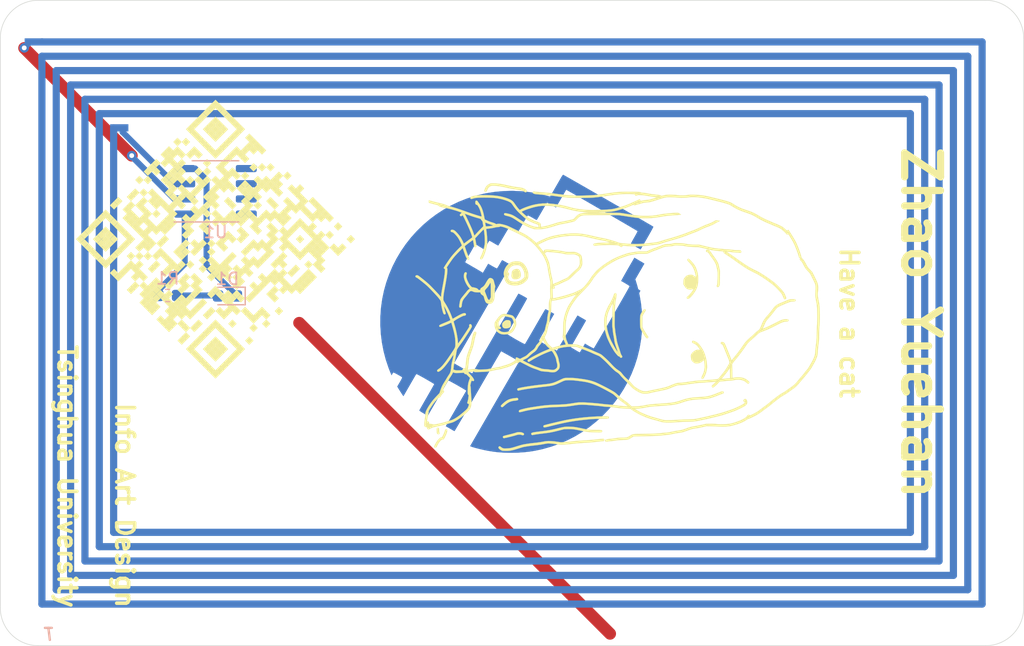
<source format=kicad_pcb>
(kicad_pcb (version 20171130) (host pcbnew "(5.1.9)-1")
  (layers (0 F.Cu signal) (31 B.Cu signal) (34 B.Paste user) (35 F.Paste user) (36 B.SilkS user) (37 F.SilkS user) (38 B.Mask user) (39 F.Mask user) (44 Edge.Cuts user))
  (net 0 "")
  (net 1 "Net-(AE1-Pad2)")
  (net 2 GND)
  (net 3 "Net-(D1-Pad2)")
  (net 4 +3V3)
  (net 5 "Net-(AE1-Pad1)")
  (net 6 "Net-(U1-Pad8)")
  (net 7 "Net-(U1-Pad7)")
  (net 8 "Net-(U1-Pad6)")
  (net 9 "Net-(U1-Pad5)")
  (module Avatars:4赵悦含 (layer F.Cu) (at 151.23 73.01 270)
    (fp_text reference G*** hide)
    (fp_text value LOGO hide)
  )
  (module Card:FutureInteractionDisconnect (layer B.Cu) (at 142.8 73.01)
    (fp_text reference G*** hide)
    (fp_text value LOGO hide)
    (fp_poly (pts (xy 0.476798 10.843159) (xy 0.984689 10.811521) (xy 1.474558 10.756716) (xy 1.960792 10.677047) (xy 2.457777 10.570817) (xy 2.578206 10.541687) (xy 3.286119 10.341214) (xy 3.97344 10.095386) (xy 4.638474 9.805974) (xy 5.279524 9.474753) (xy 5.894894 9.103496) (xy 6.482888 8.693976) (xy 7.04181 8.247968) (xy 7.569964 7.767244) (xy 8.065655 7.253579) (xy 8.527185 6.708745) (xy 8.952859 6.134517) (xy 9.340981 5.532667) (xy 9.689855 4.90497) (xy 9.997785 4.253199) (xy 10.263075 3.579127) (xy 10.484028 2.884529) (xy 10.658949 2.171177) (xy 10.67963 2.0701) (xy 10.801638 1.330457) (xy 10.873378 0.58695) (xy 10.894846 -0.158117) (xy 10.866035 -0.902439) (xy 10.78694 -1.643714) (xy 10.690058 -2.219732) (xy 10.635958 -2.496365) (xy 10.687195 -2.601827) (xy 10.738433 -2.707288) (xy 10.642725 -2.76237) (xy 10.57361 -2.813266) (xy 10.538395 -2.874747) (xy 10.529264 -2.912089) (xy 10.51508 -2.972243) (xy 10.489173 -3.068151) (xy 10.455095 -3.187118) (xy 10.416403 -3.316451) (xy 10.412243 -3.330031) (xy 10.312976 -3.653336) (xy 10.692223 -4.309184) (xy 11.071471 -4.965031) (xy 10.964985 -5.030828) (xy 10.903142 -5.068253) (xy 10.809179 -5.124154) (xy 10.694928 -5.191533) (xy 10.57222 -5.263392) (xy 10.547784 -5.277639) (xy 10.237069 -5.458652) (xy 10.137689 -5.288376) (xy 9.967675 -4.996343) (xy 9.808924 -4.722203) (xy 9.66303 -4.468783) (xy 9.531585 -4.23891) (xy 9.416183 -4.03541) (xy 9.318418 -3.861108) (xy 9.239884 -3.718833) (xy 9.182173 -3.61141) (xy 9.146879 -3.541665) (xy 9.135596 -3.512425) (xy 9.136046 -3.511716) (xy 9.164063 -3.496979) (xy 9.227852 -3.461062) (xy 9.3194 -3.408548) (xy 9.430696 -3.344018) (xy 9.4996 -3.303792) (xy 9.637811 -3.221258) (xy 9.735593 -3.15862) (xy 9.797636 -3.112437) (xy 9.828633 -3.079266) (xy 9.834027 -3.058465) (xy 9.820177 -3.029499) (xy 9.782837 -2.960241) (xy 9.723931 -2.854025) (xy 9.645384 -2.714183) (xy 9.549119 -2.544049) (xy 9.437062 -2.346956) (xy 9.311138 -2.126238) (xy 9.173271 -1.885229) (xy 9.025385 -1.62726) (xy 8.869405 -1.355667) (xy 8.707256 -1.073782) (xy 8.540863 -0.784938) (xy 8.372149 -0.49247) (xy 8.20304 -0.199709) (xy 8.03546 0.090009) (xy 7.871334 0.373352) (xy 7.712586 0.646987) (xy 7.561141 0.907579) (xy 7.418924 1.151796) (xy 7.287859 1.376305) (xy 7.16987 1.577771) (xy 7.066883 1.752862) (xy 6.980822 1.898244) (xy 6.913611 2.010584) (xy 6.867176 2.086548) (xy 6.84344 2.122803) (xy 6.840974 2.125466) (xy 6.808278 2.117555) (xy 6.738414 2.0862) (xy 6.637449 2.034628) (xy 6.511448 1.966064) (xy 6.36648 1.883737) (xy 6.208612 1.790872) (xy 6.183242 1.77566) (xy 6.105384 1.728857) (xy 5.894063 2.096329) (xy 5.823088 2.218199) (xy 5.760368 2.322976) (xy 5.710386 2.403401) (xy 5.677625 2.452217) (xy 5.667121 2.463723) (xy 5.637825 2.451453) (xy 5.575043 2.418207) (xy 5.487566 2.36919) (xy 5.384183 2.309608) (xy 5.273686 2.244664) (xy 5.164865 2.179564) (xy 5.066509 2.119512) (xy 4.98741 2.069714) (xy 4.936358 2.035373) (xy 4.92158 2.02229) (xy 4.933833 1.99713) (xy 4.969152 1.932263) (xy 5.025133 1.83193) (xy 5.09937 1.700376) (xy 5.189458 1.541844) (xy 5.29299 1.360577) (xy 5.407561 1.160818) (xy 5.530766 0.946812) (xy 5.55997 0.896198) (xy 5.684526 0.680078) (xy 5.80079 0.477699) (xy 5.906391 0.293234) (xy 5.998957 0.130856) (xy 6.076116 -0.00526) (xy 6.135498 -0.110942) (xy 6.17473 -0.182016) (xy 6.191441 -0.214307) (xy 6.191837 -0.215823) (xy 6.169285 -0.229211) (xy 6.111795 -0.262713) (xy 6.028445 -0.311082) (xy 5.928313 -0.369071) (xy 5.820475 -0.43143) (xy 5.714011 -0.492914) (xy 5.617997 -0.548273) (xy 5.541511 -0.592261) (xy 5.493632 -0.61963) (xy 5.483312 -0.625412) (xy 5.468283 -0.605464) (xy 5.430101 -0.545036) (xy 5.370888 -0.447717) (xy 5.292762 -0.317094) (xy 5.197843 -0.156756) (xy 5.088252 0.029711) (xy 4.966108 0.238716) (xy 4.833532 0.466674) (xy 4.692643 0.709995) (xy 4.622009 0.832368) (xy 4.477601 1.082663) (xy 4.340473 1.320067) (xy 4.212756 1.540903) (xy 4.096585 1.741495) (xy 3.994093 1.918167) (xy 3.907414 2.067243) (xy 3.838682 2.185046) (xy 3.790029 2.267902) (xy 3.76359 2.312132) (xy 3.759448 2.318529) (xy 3.735327 2.310133) (xy 3.673365 2.28003) (xy 3.579841 2.231692) (xy 3.461036 2.168593) (xy 3.32323 2.094204) (xy 3.172702 2.011998) (xy 3.015732 1.925448) (xy 2.858599 1.838025) (xy 2.707584 1.753204) (xy 2.568966 1.674455) (xy 2.449025 1.605252) (xy 2.354041 1.549067) (xy 2.290293 1.509373) (xy 2.268843 1.494271) (xy 2.266979 1.47259) (xy 2.284275 1.423159) (xy 2.32229 1.342886) (xy 2.382584 1.228679) (xy 2.466716 1.07745) (xy 2.571794 0.893812) (xy 2.685372 0.697133) (xy 2.81263 0.476767) (xy 2.944466 0.248473) (xy 3.071782 0.028007) (xy 3.185479 -0.168875) (xy 3.215098 -0.220164) (xy 3.525594 -0.757828) (xy 3.167325 -0.963385) (xy 3.0277 -1.042281) (xy 2.925374 -1.096862) (xy 2.854557 -1.129721) (xy 2.809459 -1.14345) (xy 2.784291 -1.140642) (xy 2.779722 -1.13692) (xy 2.762251 -1.109847) (xy 2.721702 -1.042493) (xy 2.660279 -0.938641) (xy 2.580188 -0.802073) (xy 2.483633 -0.63657) (xy 2.372819 -0.445915) (xy 2.249951 -0.233888) (xy 2.117234 -0.004271) (xy 1.976872 0.239154) (xy 1.931765 0.3175) (xy 1.789487 0.564379) (xy 1.654156 0.798552) (xy 1.527975 1.016246) (xy 1.41315 1.21369) (xy 1.311885 1.387112) (xy 1.226383 1.53274) (xy 1.158849 1.646802) (xy 1.111487 1.725526) (xy 1.086501 1.76514) (xy 1.083621 1.768911) (xy 1.054992 1.764093) (xy 0.989356 1.736223) (xy 0.892961 1.688891) (xy 0.772051 1.625688) (xy 0.632874 1.550206) (xy 0.481675 1.466035) (xy 0.324701 1.376766) (xy 0.168198 1.285989) (xy 0.018412 1.197296) (xy -0.118411 1.114277) (xy -0.236023 1.040523) (xy -0.32818 0.979625) (xy -0.388635 0.935174) (xy -0.411141 0.91076) (xy -0.411087 0.909645) (xy -0.397314 0.882444) (xy -0.360221 0.815008) (xy -0.301931 0.711067) (xy -0.22457 0.574353) (xy -0.130263 0.408597) (xy -0.021134 0.217531) (xy 0.100691 0.004887) (xy 0.233087 -0.225605) (xy 0.37393 -0.470213) (xy 0.435504 -0.576974) (xy 0.578763 -0.825951) (xy 0.713878 -1.062143) (xy 0.838786 -1.281859) (xy 0.951428 -1.481408) (xy 1.049742 -1.657099) (xy 1.131668 -1.805241) (xy 1.195145 -1.922143) (xy 1.238112 -2.004114) (xy 1.258508 -2.047464) (xy 1.259813 -2.053333) (xy 1.230636 -2.078021) (xy 1.167549 -2.119077) (xy 1.07968 -2.171534) (xy 0.976157 -2.23043) (xy 0.866109 -2.290799) (xy 0.758664 -2.347679) (xy 0.66295 -2.396104) (xy 0.588097 -2.43111) (xy 0.543232 -2.447734) (xy 0.534867 -2.447568) (xy 0.520172 -2.423431) (xy 0.481517 -2.3577) (xy 0.420304 -2.252797) (xy 0.337934 -2.111144) (xy 0.235808 -1.935163) (xy 0.115329 -1.727276) (xy -0.022102 -1.489904) (xy -0.175083 -1.225471) (xy -0.342214 -0.936399) (xy -0.522091 -0.625108) (xy -0.713315 -0.294021) (xy -0.914482 0.054439) (xy -1.124192 0.417851) (xy -1.341043 0.793792) (xy -1.395948 0.889) (xy -1.614299 1.26758) (xy -1.825822 1.634169) (xy -2.02912 1.986351) (xy -2.222792 2.321708) (xy -2.405442 2.637825) (xy -2.575668 2.932284) (xy -2.732075 3.202668) (xy -2.873262 3.446561) (xy -2.99783 3.661546) (xy -3.104383 3.845206) (xy -3.19152 3.995124) (xy -3.257843 4.108884) (xy -3.301953 4.184069) (xy -3.322453 4.218262) (xy -3.323727 4.220125) (xy -3.347562 4.21091) (xy -3.409249 4.179884) (xy -3.502578 4.13052) (xy -3.62134 4.066293) (xy -3.759327 3.990676) (xy -3.910329 3.907143) (xy -4.068139 3.819169) (xy -4.226546 3.730228) (xy -4.379343 3.643793) (xy -4.520319 3.563339) (xy -4.643268 3.492339) (xy -4.741979 3.434268) (xy -4.810243 3.392599) (xy -4.841853 3.370808) (xy -4.842135 3.370533) (xy -4.838087 3.343162) (xy -4.810259 3.29385) (xy -4.80401 3.284947) (xy -4.780083 3.247421) (xy -4.733048 3.169482) (xy -4.664429 3.053775) (xy -4.575747 2.902948) (xy -4.468526 2.719647) (xy -4.344288 2.506516) (xy -4.204555 2.266204) (xy -4.05085 2.001354) (xy -3.884696 1.714615) (xy -3.707615 1.408631) (xy -3.52113 1.086049) (xy -3.326763 0.749515) (xy -3.126037 0.401675) (xy -2.920474 0.045176) (xy -2.711598 -0.317338) (xy -2.50093 -0.683219) (xy -2.289994 -1.049821) (xy -2.080311 -1.414499) (xy -1.873405 -1.774607) (xy -1.670798 -2.127497) (xy -1.474012 -2.470525) (xy -1.28457 -2.801044) (xy -1.103995 -3.116407) (xy -0.93381 -3.41397) (xy -0.775536 -3.691085) (xy -0.630696 -3.945107) (xy -0.500814 -4.173389) (xy -0.387411 -4.373286) (xy -0.29201 -4.542152) (xy -0.216134 -4.677339) (xy -0.161306 -4.776203) (xy -0.129047 -4.836097) (xy -0.12055 -4.854481) (xy -0.148094 -4.872927) (xy -0.20966 -4.910308) (xy -0.296 -4.96131) (xy -0.397867 -5.020616) (xy -0.506014 -5.08291) (xy -0.611194 -5.142878) (xy -0.70416 -5.195204) (xy -0.775665 -5.234572) (xy -0.816461 -5.255667) (xy -0.822178 -5.2578) (xy -0.838059 -5.236966) (xy -0.874508 -5.179447) (xy -0.926976 -5.092712) (xy -0.990913 -4.984229) (xy -1.032724 -4.912095) (xy -1.102552 -4.79303) (xy -1.165122 -4.690318) (xy -1.215493 -4.611763) (xy -1.248727 -4.565171) (xy -1.258171 -4.55588) (xy -1.288054 -4.564389) (xy -1.35364 -4.59469) (xy -1.446906 -4.642711) (xy -1.559832 -4.70438) (xy -1.637655 -4.748519) (xy -1.990869 -4.951668) (xy -2.149317 -4.679284) (xy -2.217631 -4.562121) (xy -2.283393 -4.449812) (xy -2.338709 -4.355815) (xy -2.373162 -4.297784) (xy -2.438558 -4.188668) (xy -2.546429 -4.262275) (xy -2.597072 -4.294445) (xy -2.684832 -4.3476) (xy -2.80268 -4.417593) (xy -2.943589 -4.500277) (xy -3.100528 -4.591503) (xy -3.2639 -4.68565) (xy -3.424814 -4.778382) (xy -3.572138 -4.864052) (xy -3.699845 -4.939097) (xy -3.80191 -4.999949) (xy -3.872307 -5.043043) (xy -3.90501 -5.064814) (xy -3.905734 -5.065449) (xy -3.910202 -5.082339) (xy -3.901796 -5.116628) (xy -3.878477 -5.17232) (xy -3.838203 -5.25342) (xy -3.778934 -5.363933) (xy -3.698629 -5.507865) (xy -3.595247 -5.68922) (xy -3.531084 -5.800695) (xy -3.432139 -5.972688) (xy -3.341858 -6.130582) (xy -3.263264 -6.269015) (xy -3.19938 -6.382622) (xy -3.153231 -6.466041) (xy -3.127838 -6.513907) (xy -3.123812 -6.523205) (xy -3.111402 -6.557575) (xy -3.100951 -6.57599) (xy -3.080344 -6.590961) (xy -3.043599 -6.583451) (xy -2.980525 -6.550329) (xy -2.942589 -6.52732) (xy -2.749686 -6.408294) (xy -2.597127 -6.315195) (xy -2.482465 -6.246571) (xy -2.403252 -6.200974) (xy -2.357039 -6.176953) (xy -2.343024 -6.1722) (xy -2.324092 -6.193152) (xy -2.285107 -6.251056) (xy -2.230736 -6.338485) (xy -2.165646 -6.448011) (xy -2.120011 -6.527164) (xy -2.050271 -6.647126) (xy -1.987949 -6.749842) (xy -1.937776 -6.827859) (xy -1.904486 -6.873724) (xy -1.894188 -6.882764) (xy -1.865233 -6.870804) (xy -1.800524 -6.837362) (xy -1.708056 -6.786776) (xy -1.595824 -6.723386) (xy -1.520929 -6.6802) (xy -1.401491 -6.611244) (xy -1.297982 -6.552313) (xy -1.218106 -6.507727) (xy -1.169566 -6.481804) (xy -1.158573 -6.477) (xy -1.141528 -6.497567) (xy -1.104805 -6.553403) (xy -1.053996 -6.635708) (xy -1.001138 -6.72465) (xy -0.943078 -6.823665) (xy -0.865712 -6.955218) (xy -0.775624 -7.108136) (xy -0.679395 -7.271248) (xy -0.583609 -7.433381) (xy -0.567759 -7.460184) (xy -0.279207 -7.948068) (xy 0.455887 -7.523734) (xy 0.866825 -8.238617) (xy 0.967402 -8.413009) (xy 1.060911 -8.574047) (xy 1.144103 -8.716219) (xy 1.213727 -8.834015) (xy 1.266536 -8.921926) (xy 1.299281 -8.974441) (xy 1.307807 -8.986519) (xy 1.327383 -8.994683) (xy 1.363309 -8.987875) (xy 1.421643 -8.963388) (xy 1.508445 -8.918513) (xy 1.629772 -8.850544) (xy 1.691276 -8.815157) (xy 1.811773 -8.746037) (xy 1.916721 -8.6869) (xy 1.998341 -8.642044) (xy 2.048855 -8.615768) (xy 2.061268 -8.610688) (xy 2.077453 -8.631871) (xy 2.115688 -8.692012) (xy 2.172874 -8.78593) (xy 2.245914 -8.908443) (xy 2.331708 -9.054371) (xy 2.427158 -9.218533) (xy 2.490374 -9.32815) (xy 2.590527 -9.502048) (xy 2.682946 -9.661936) (xy 2.764507 -9.802454) (xy 2.832086 -9.918243) (xy 2.88256 -10.003945) (xy 2.912803 -10.054199) (xy 2.919983 -10.065158) (xy 2.946486 -10.059565) (xy 3.009077 -10.031782) (xy 3.100194 -9.985601) (xy 3.212271 -9.924811) (xy 3.304985 -9.872229) (xy 3.672914 -9.659841) (xy 4.531862 -11.148983) (xy 4.647181 -11.084657) (xy 4.745495 -11.029327) (xy 4.878742 -10.953582) (xy 5.043824 -10.85922) (xy 5.237643 -10.74804) (xy 5.4571 -10.62184) (xy 5.699097 -10.482418) (xy 5.960536 -10.331574) (xy 6.238318 -10.171106) (xy 6.529346 -10.002811) (xy 6.830521 -9.82849) (xy 7.138744 -9.64994) (xy 7.450919 -9.468959) (xy 7.763945 -9.287347) (xy 8.074726 -9.106902) (xy 8.380163 -8.929423) (xy 8.677157 -8.756707) (xy 8.962611 -8.590554) (xy 9.233426 -8.432762) (xy 9.486504 -8.28513) (xy 9.718747 -8.149456) (xy 9.927056 -8.027539) (xy 10.108334 -7.921176) (xy 10.259481 -7.832168) (xy 10.377401 -7.762312) (xy 10.458993 -7.713406) (xy 10.501161 -7.68725) (xy 10.506485 -7.683316) (xy 10.497286 -7.654357) (xy 10.46572 -7.588192) (xy 10.415246 -7.49136) (xy 10.349323 -7.3704) (xy 10.271409 -7.231851) (xy 10.224413 -7.150028) (xy 10.141958 -7.005108) (xy 10.070332 -6.874558) (xy 10.012842 -6.7648) (xy 9.972795 -6.682257) (xy 9.9535 -6.63335) (xy 9.953021 -6.623018) (xy 9.980019 -6.604656) (xy 10.041235 -6.567003) (xy 10.128288 -6.514927) (xy 10.232797 -6.453294) (xy 10.346382 -6.386968) (xy 10.460661 -6.320818) (xy 10.567255 -6.259708) (xy 10.657782 -6.208505) (xy 10.723862 -6.172076) (xy 10.757113 -6.155285) (xy 10.759427 -6.154793) (xy 10.772426 -6.177069) (xy 10.808159 -6.238814) (xy 10.864001 -6.335479) (xy 10.937327 -6.462514) (xy 11.025512 -6.615372) (xy 11.12593 -6.789503) (xy 11.235957 -6.980358) (xy 11.302268 -7.095411) (xy 11.424496 -7.308908) (xy 11.534096 -7.503137) (xy 11.62898 -7.674229) (xy 11.707058 -7.818311) (xy 11.766244 -7.931512) (xy 11.804449 -8.009962) (xy 11.819584 -8.049789) (xy 11.819201 -8.053758) (xy 11.793341 -8.070444) (xy 11.726342 -8.110703) (xy 11.620964 -8.172945) (xy 11.479967 -8.255581) (xy 11.306114 -8.35702) (xy 11.102164 -8.475674) (xy 10.870878 -8.609951) (xy 10.615018 -8.758263) (xy 10.337343 -8.91902) (xy 10.040614 -9.090632) (xy 9.727593 -9.27151) (xy 9.40104 -9.460063) (xy 9.063716 -9.654702) (xy 8.718381 -9.853837) (xy 8.367797 -10.055878) (xy 8.014724 -10.259236) (xy 7.661922 -10.462322) (xy 7.312153 -10.663544) (xy 6.968178 -10.861314) (xy 6.632756 -11.054042) (xy 6.30865 -11.240138) (xy 5.998619 -11.418012) (xy 5.705424 -11.586075) (xy 5.431827 -11.742737) (xy 5.180587 -11.886409) (xy 4.954466 -12.015499) (xy 4.756225 -12.12842) (xy 4.588623 -12.22358) (xy 4.454423 -12.299391) (xy 4.356384 -12.354262) (xy 4.297268 -12.386604) (xy 4.279741 -12.3952) (xy 4.250856 -12.374613) (xy 4.20655 -12.320076) (xy 4.155381 -12.242424) (xy 4.144306 -12.22375) (xy 4.10714 -12.159655) (xy 4.048542 -12.058342) (xy 3.972437 -11.92661) (xy 3.882752 -11.771259) (xy 3.783412 -11.599088) (xy 3.678343 -11.416897) (xy 3.620006 -11.3157) (xy 3.518863 -11.140318) (xy 3.426042 -10.979555) (xy 3.344523 -10.838554) (xy 3.277283 -10.722459) (xy 3.227302 -10.636417) (xy 3.197559 -10.58557) (xy 3.190352 -10.573648) (xy 3.16546 -10.578053) (xy 3.100997 -10.593975) (xy 3.006248 -10.619014) (xy 2.890498 -10.650768) (xy 2.868982 -10.656778) (xy 2.179465 -10.824098) (xy 1.473229 -10.945348) (xy 0.755268 -11.020388) (xy 0.030576 -11.049075) (xy -0.695852 -11.031266) (xy -1.419022 -10.966818) (xy -2.13394 -10.85559) (xy -2.377149 -10.806469) (xy -3.091019 -10.628093) (xy -3.78564 -10.403717) (xy -4.459279 -10.135027) (xy -5.110204 -9.823706) (xy -5.73668 -9.47144) (xy -6.336975 -9.079914) (xy -6.909355 -8.650813) (xy -7.452089 -8.185823) (xy -7.963441 -7.686626) (xy -8.44168 -7.15491) (xy -8.885073 -6.592358) (xy -9.291885 -6.000657) (xy -9.660384 -5.381489) (xy -9.988838 -4.736542) (xy -10.275512 -4.067499) (xy -10.518674 -3.376045) (xy -10.705417 -2.709609) (xy -10.855206 -1.996713) (xy -10.956265 -1.273971) (xy -11.008864 -0.544935) (xy -11.013276 0.186843) (xy -10.96977 0.917811) (xy -10.878618 1.644416) (xy -10.740092 2.363108) (xy -10.554461 3.070334) (xy -10.321997 3.762541) (xy -10.185078 4.109643) (xy -10.07652 4.371185) (xy -10.014684 4.26232) (xy -9.973392 4.195385) (xy -9.938334 4.148296) (xy -9.926474 4.137155) (xy -9.897913 4.144185) (xy -9.834872 4.172127) (xy -9.746552 4.215965) (xy -9.642155 4.270678) (xy -9.530883 4.331248) (xy -9.421938 4.392656) (xy -9.324521 4.449883) (xy -9.247835 4.497909) (xy -9.201081 4.531717) (xy -9.198038 4.534467) (xy -9.188641 4.552931) (xy -9.192238 4.584273) (xy -9.211619 4.634749) (xy -9.249572 4.710616) (xy -9.30889 4.818128) (xy -9.379424 4.941202) (xy -9.595673 5.315065) (xy -9.542201 5.407083) (xy -9.495868 5.484434) (xy -9.433425 5.585479) (xy -9.362038 5.698978) (xy -9.288871 5.813695) (xy -9.22109 5.918392) (xy -9.16586 6.001832) (xy -9.1313 6.051501) (xy -9.0805 6.119745) (xy -8.560943 5.216605) (xy -8.447866 5.020317) (xy -8.341986 4.837045) (xy -8.246126 4.671634) (xy -8.163107 4.52893) (xy -8.09575 4.41378) (xy -8.046879 4.33103) (xy -8.019314 4.285524) (xy -8.014843 4.27878) (xy -7.999627 4.273543) (xy -7.967701 4.280546) (xy -7.915107 4.30179) (xy -7.837885 4.339275) (xy -7.732077 4.395003) (xy -7.593726 4.470975) (xy -7.418872 4.569192) (xy -7.24535 4.667806) (xy -7.069041 4.768995) (xy -6.907678 4.862832) (xy -6.766374 4.946249) (xy -6.650242 5.016177) (xy -6.564394 5.069546) (xy -6.513942 5.103289) (xy -6.5024 5.113779) (xy -6.514744 5.139551) (xy -6.550146 5.204943) (xy -6.606162 5.305639) (xy -6.68035 5.437321) (xy -6.770267 5.595674) (xy -6.873469 5.776382) (xy -6.987512 5.975129) (xy -7.109955 6.187599) (xy -7.124863 6.213408) (xy -7.248334 6.427429) (xy -7.363912 6.628381) (xy -7.469126 6.811922) (xy -7.561504 6.973712) (xy -7.638573 7.109408) (xy -7.697861 7.214669) (xy -7.736897 7.285154) (xy -7.753209 7.316522) (xy -7.753513 7.317416) (xy -7.734805 7.33856) (xy -7.679116 7.379844) (xy -7.593686 7.436403) (xy -7.485756 7.503373) (xy -7.407105 7.550102) (xy -7.273259 7.627504) (xy -7.176164 7.68116) (xy -7.109295 7.713926) (xy -7.066124 7.728655) (xy -7.040125 7.728203) (xy -7.025798 7.716885) (xy -7.008417 7.68856) (xy -6.967898 7.620001) (xy -6.906444 7.515003) (xy -6.826258 7.377358) (xy -6.729543 7.210863) (xy -6.618502 7.01931) (xy -6.495339 6.806494) (xy -6.362256 6.576208) (xy -6.221456 6.332248) (xy -6.17358 6.249223) (xy -6.030885 6.002351) (xy -5.895079 5.768628) (xy -5.768362 5.551761) (xy -5.652934 5.355458) (xy -5.550995 5.183424) (xy -5.464744 5.039367) (xy -5.396382 4.926994) (xy -5.348109 4.850011) (xy -5.322124 4.812126) (xy -5.31873 4.8088) (xy -5.291092 4.818252) (xy -5.22652 4.849717) (xy -5.131197 4.899669) (xy -5.011306 4.964584) (xy -4.873028 5.040937) (xy -4.722548 5.125203) (xy -4.566048 5.213858) (xy -4.40971 5.303377) (xy -4.259718 5.390236) (xy -4.122254 5.470909) (xy -4.0035 5.541872) (xy -3.90964 5.599601) (xy -3.846857 5.64057) (xy -3.821332 5.661255) (xy -3.821163 5.662539) (xy -3.834986 5.686479) (xy -3.872027 5.750678) (xy -3.930125 5.851386) (xy -4.007118 5.984856) (xy -4.100845 6.147341) (xy -4.209143 6.335093) (xy -4.329851 6.544364) (xy -4.460806 6.771406) (xy -4.599848 7.012472) (xy -4.635278 7.0739) (xy -4.777342 7.320144) (xy -4.912933 7.555043) (xy -5.039747 7.774611) (xy -5.155478 7.974864) (xy -5.257823 8.151818) (xy -5.344476 8.301489) (xy -5.413132 8.419891) (xy -5.461488 8.503041) (xy -5.487237 8.546954) (xy -5.489459 8.550657) (xy -5.537891 8.630414) (xy -5.183336 8.836407) (xy -5.062378 8.905981) (xy -4.95657 8.965514) (xy -4.873764 9.010693) (xy -4.821815 9.037205) (xy -4.808341 9.042384) (xy -4.793541 9.02077) (xy -4.754785 8.957527) (xy -4.693468 8.855046) (xy -4.610985 8.715719) (xy -4.508733 8.54194) (xy -4.388107 8.3361) (xy -4.250502 8.100592) (xy -4.097313 7.837807) (xy -3.929938 7.550139) (xy -3.74977 7.239978) (xy -3.558205 6.909718) (xy -3.35664 6.56175) (xy -3.146469 6.198467) (xy -2.929089 5.822261) (xy -2.859819 5.702284) (xy -2.640444 5.322512) (xy -2.427811 4.954916) (xy -2.223316 4.601889) (xy -2.028357 4.265822) (xy -1.844333 3.949108) (xy -1.67264 3.65414) (xy -1.514676 3.38331) (xy -1.371838 3.139011) (xy -1.245525 2.923634) (xy -1.137133 2.739574) (xy -1.048061 2.589221) (xy -0.979706 2.474969) (xy -0.933465 2.39921) (xy -0.910737 2.364336) (xy -0.908677 2.3622) (xy -0.883983 2.374197) (xy -0.821417 2.407837) (xy -0.727235 2.459595) (xy -0.607691 2.525945) (xy -0.469041 2.603361) (xy -0.317539 2.688318) (xy -0.159441 2.77729) (xy -0.001002 2.866752) (xy 0.151523 2.953178) (xy 0.291879 3.033042) (xy 0.413811 3.102819) (xy 0.511064 3.158982) (xy 0.577382 3.198008) (xy 0.605815 3.21583) (xy 0.597824 3.238062) (xy 0.567109 3.28585) (xy 0.55202 3.306682) (xy 0.533848 3.33594) (xy 0.491753 3.406662) (xy 0.427202 3.516313) (xy 0.341664 3.662358) (xy 0.236609 3.842263) (xy 0.113506 4.053493) (xy -0.026177 4.293515) (xy -0.180972 4.559792) (xy -0.349408 4.849792) (xy -0.530017 5.160979) (xy -0.72133 5.490818) (xy -0.921879 5.836776) (xy -1.130194 6.196318) (xy -1.344806 6.566908) (xy -1.564248 6.946013) (xy -1.787048 7.331099) (xy -2.01174 7.71963) (xy -2.236854 8.109072) (xy -2.46092 8.49689) (xy -2.682471 8.880551) (xy -2.900037 9.257518) (xy -3.112149 9.625259) (xy -3.317339 9.981238) (xy -3.496308 10.291954) (xy -3.479985 10.309903) (xy -3.420145 10.336587) (xy -3.323004 10.370372) (xy -3.194775 10.409626) (xy -3.041674 10.452715) (xy -2.869914 10.498006) (xy -2.685711 10.543866) (xy -2.495278 10.588661) (xy -2.30483 10.63076) (xy -2.120582 10.668528) (xy -1.948748 10.700332) (xy -1.9304 10.703476) (xy -1.598835 10.755753) (xy -1.288473 10.795474) (xy -0.984184 10.823852) (xy -0.670839 10.842104) (xy -0.333305 10.851442) (xy -0.0635 10.853328) (xy 0.476798 10.843159)) (layer B.Cu) (width 0.01))
  )
  (module Card:interact.cool (layer F.Cu) (at 118 66 45)
    (fp_text reference QR hide)
    (fp_text value https://interact.cool/ hide)
  )
  (module Card:NFC-Antenna_6_79.24x47.62_0.6x0.6mm (layer B.Cu) (at 142.8 73.01)
    (fp_text reference AE1 hide)
    (fp_text value Antenna_Loop)
    (fp_line (start -33.32 17.51) (end -33.32 -16.31) (layer B.Cu) (width 0.6))
    (fp_line (start 33.32 17.51) (end -33.32 17.51) (layer B.Cu) (width 0.6))
    (fp_line (start 33.32 -17.51) (end 33.32 17.51) (layer B.Cu) (width 0.6))
    (fp_line (start -34.52 -17.51) (end 33.32 -17.51) (layer B.Cu) (width 0.6))
    (fp_line (start -34.52 18.71) (end -34.52 -17.51) (layer B.Cu) (width 0.6))
    (fp_line (start 34.52 18.71) (end -34.52 18.71) (layer B.Cu) (width 0.6))
    (fp_line (start 34.52 -18.71) (end 34.52 18.71) (layer B.Cu) (width 0.6))
    (fp_line (start -35.72 -18.71) (end 34.52 -18.71) (layer B.Cu) (width 0.6))
    (fp_line (start -35.72 19.91) (end -35.72 -18.71) (layer B.Cu) (width 0.6))
    (fp_line (start 35.72 19.91) (end -35.72 19.91) (layer B.Cu) (width 0.6))
    (fp_line (start 35.72 -19.91) (end 35.72 19.91) (layer B.Cu) (width 0.6))
    (fp_line (start -36.92 -19.91) (end 35.72 -19.91) (layer B.Cu) (width 0.6))
    (fp_line (start -36.92 21.11) (end -36.92 -19.91) (layer B.Cu) (width 0.6))
    (fp_line (start 36.92 21.11) (end -36.92 21.11) (layer B.Cu) (width 0.6))
    (fp_line (start 36.92 -21.11) (end 36.92 21.11) (layer B.Cu) (width 0.6))
    (fp_line (start -38.12 -21.11) (end 36.92 -21.11) (layer B.Cu) (width 0.6))
    (fp_line (start -38.12 22.31) (end -38.12 -21.11) (layer B.Cu) (width 0.6))
    (fp_line (start 38.12 22.31) (end -38.12 22.31) (layer B.Cu) (width 0.6))
    (fp_line (start 38.12 -22.31) (end 38.12 22.31) (layer B.Cu) (width 0.6))
    (fp_line (start -39.32 -22.31) (end 38.12 -22.31) (layer B.Cu) (width 0.6))
    (fp_line (start -39.32 23.51) (end -39.32 -22.31) (layer B.Cu) (width 0.6))
    (fp_line (start 39.32 23.51) (end -39.32 23.51) (layer B.Cu) (width 0.6))
    (fp_line (start 39.32 -23.51) (end 39.32 23.51) (layer B.Cu) (width 0.6))
    (fp_line (start -39.32 -23.51) (end 39.32 -23.51) (layer B.Cu) (width 0.6))
    (pad 2 smd rect (at -40 -23.51) (size 1.524 0.6) (layers B.Cu) (net 1 "Net-(AE1-Pad2)"))
    (pad 1 smd rect (at -32.85 -16.325) (size 1.524 0.6) (layers B.Cu) (net 5 "Net-(AE1-Pad1)"))
  )
  (module Package_SO:SO-8_3.9x4.9mm_P1.27mm (layer B.Cu) (at 118 62)
    (fp_text reference U1 (at 0 3.4) (layer B.SilkS) (effects (justify mirror)))
    (fp_text value M24LR04E-R)
    (pad 8 smd roundrect (at 2.575 1.905) (size 1.75 0.6) (layers B.Cu B.Paste B.Mask) (net 6 "Net-(U1-Pad8)"))
    (pad 7 smd roundrect (at 2.575 0.635) (size 1.75 0.6) (layers B.Cu B.Paste B.Mask) (net 7 "Net-(U1-Pad7)"))
    (pad 6 smd roundrect (at 2.575 -0.635) (size 1.75 0.6) (layers B.Cu B.Paste B.Mask) (net 8 "Net-(U1-Pad6)"))
    (pad 5 smd roundrect (at 2.575 -1.905) (size 1.75 0.6) (layers B.Cu B.Paste B.Mask) (net 9 "Net-(U1-Pad5)"))
    (pad 4 smd roundrect (at -2.575 -1.905) (size 1.75 0.6) (layers B.Cu B.Paste B.Mask) (net 2 GND))
    (pad 3 smd roundrect (at -2.575 -0.635) (size 1.75 0.6) (layers B.Cu B.Paste B.Mask) (net 5 "Net-(AE1-Pad1)"))
    (pad 2 smd roundrect (at -2.575 0.635) (size 1.75 0.6) (layers B.Cu B.Paste B.Mask) (net 1 "Net-(AE1-Pad2)"))
    (pad 1 smd roundrect (at -2.575 1.905) (size 1.75 0.6) (layers B.Cu B.Paste B.Mask) (net 4 +3V3))
  )
  (module Resistor_SMD:R_0603_1608Metric (layer B.Cu) (at 114 70.71 180)
    (fp_text reference R1 (at 0 1.43) (layer B.SilkS) (effects (justify mirror)))
    (fp_text value R)
    (pad 2 smd roundrect (at 0.7875 0 180) (size 0.875 0.95) (layers B.Cu B.Paste B.Mask) (net 4 +3V3))
    (pad 1 smd roundrect (at -0.7875 0 180) (size 0.875 0.95) (layers B.Cu B.Paste B.Mask) (net 3 "Net-(D1-Pad2)"))
  )
  (module LED_SMD:LED_0603_1608Metric (layer B.Cu) (at 119 70.75 180)
    (fp_text reference D1 (at 0 1.43) (layer B.SilkS) (effects (justify mirror)))
    (fp_text value LED)
    (pad 2 smd roundrect (at 0.7875 0 180) (size 0.875 0.95) (layers B.Cu B.Paste B.Mask) (net 3 "Net-(D1-Pad2)"))
    (pad 1 smd roundrect (at -0.7875 0 180) (size 0.875 0.95) (layers B.Cu B.Paste B.Mask) (net 2 GND))
  )
  (gr_text T (at 104.14 99.06) (layer B.SilkS) (effects (font (size 1 1) (thickness 0.2) italic) (justify mirror)))
  (gr_text "Info Art Design\n\nTsinghua University" (at 108 97 270) (layer F.SilkS) (effects (font (size 1.5 1.5) (thickness 0.3)) (justify right)))
  (gr_text "Have a cat" (at 171 73 -90) (layer F.SilkS) (effects (font (size 1.5 1.5) (thickness 0.3))))
  (gr_text "Zhao Yuehan" (at 177 73 -90) (layer F.SilkS) (effects (font (size 3 3) (thickness 0.6))))
  (gr_line (start 103.18 100) (end 182.42 100) (layer Edge.Cuts) (width 0.05))
  (gr_line (start 185.6 49.2) (end 185.6 96.82) (layer Edge.Cuts) (width 0.05))
  (gr_line (start 100 49.2) (end 100 96.82) (layer Edge.Cuts) (width 0.05))
  (gr_line (start 103.18 46.02) (end 182.42 46.02) (layer Edge.Cuts) (width 0.05))
  (gr_arc (start 103.18 49.2) (end 103.18 46.02) (angle -90) (layer Edge.Cuts) (width 0.05))
  (gr_arc (start 182.42 49.2) (end 185.6 49.2) (angle -90) (layer Edge.Cuts) (width 0.05))
  (gr_arc (start 103.18 96.82) (end 100 96.82) (angle -90) (layer Edge.Cuts) (width 0.05))
  (gr_arc (start 182.42 96.82) (end 182.42 100) (angle -90) (layer Edge.Cuts) (width 0.05))
  (segment (start 125 73) (end 151 99) (width 1) (layer F.Cu) (net 0))
  (via (at 110.991459 59.008541) (size 0.8) (drill 0.4) (layers F.Cu B.Cu) (net 1))
  (segment (start 110.991459 59.076459) (end 110.991459 59.008541) (width 0.5) (layer B.Cu) (net 1))
  (segment (start 115.425 62.635) (end 114.55 62.635) (width 0.5) (layer B.Cu) (net 1))
  (segment (start 114.55 62.635) (end 110.991459 59.076459) (width 0.5) (layer B.Cu) (net 1))
  (via (at 102 50) (size 0.8) (drill 0.4) (layers F.Cu B.Cu) (net 1))
  (segment (start 110.991459 59.008541) (end 102 50.017082) (width 1) (layer F.Cu) (net 1))
  (segment (start 102 50.017082) (end 102 50) (width 0.5) (layer F.Cu) (net 1))
  (segment (start 102.5 49.5) (end 102.72999 49.5) (width 0.5) (layer B.Cu) (net 1))
  (segment (start 102 50) (end 102.5 49.5) (width 0.5) (layer B.Cu) (net 1))
  (segment (start 116.3 60.095) (end 117.25 61.045) (width 0.5) (layer B.Cu) (net 2))
  (segment (start 115.425 60.095) (end 116.3 60.095) (width 0.5) (layer B.Cu) (net 2))
  (segment (start 117.25 68.2125) (end 119.7875 70.75) (width 0.5) (layer B.Cu) (net 2))
  (segment (start 117.25 61.045) (end 117.25 68.2125) (width 0.5) (layer B.Cu) (net 2))
  (segment (start 118.1725 70.71) (end 118.2125 70.75) (width 0.5) (layer B.Cu) (net 3))
  (segment (start 114.7875 70.71) (end 118.1725 70.71) (width 0.5) (layer B.Cu) (net 3))
  (segment (start 115.425 63.905) (end 115.425 68.075) (width 0.5) (layer B.Cu) (net 4))
  (segment (start 113.2125 70.2875) (end 113.2125 70.71) (width 0.5) (layer B.Cu) (net 4))
  (segment (start 115.425 68.075) (end 113.2125 70.2875) (width 0.5) (layer B.Cu) (net 4))
  (segment (start 110.23001 57.04501) (end 110.23001 56.685) (width 0.5) (layer B.Cu) (net 5))
  (segment (start 115.425 61.365) (end 114.55 61.365) (width 0.5) (layer B.Cu) (net 5))
  (segment (start 114.55 61.365) (end 110.23001 57.04501) (width 0.5) (layer B.Cu) (net 5))
)
</source>
